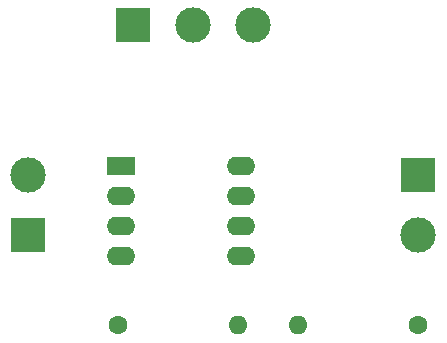
<source format=gbr>
G04 #@! TF.GenerationSoftware,KiCad,Pcbnew,(5.1.6)-1*
G04 #@! TF.CreationDate,2020-07-25T12:53:59+02:00*
G04 #@! TF.ProjectId,kiCad,6b694361-642e-46b6-9963-61645f706362,rev?*
G04 #@! TF.SameCoordinates,Original*
G04 #@! TF.FileFunction,Copper,L2,Bot*
G04 #@! TF.FilePolarity,Positive*
%FSLAX46Y46*%
G04 Gerber Fmt 4.6, Leading zero omitted, Abs format (unit mm)*
G04 Created by KiCad (PCBNEW (5.1.6)-1) date 2020-07-25 12:53:59*
%MOMM*%
%LPD*%
G01*
G04 APERTURE LIST*
G04 #@! TA.AperFunction,ComponentPad*
%ADD10R,3.000000X3.000000*%
G04 #@! TD*
G04 #@! TA.AperFunction,ComponentPad*
%ADD11C,3.000000*%
G04 #@! TD*
G04 #@! TA.AperFunction,ComponentPad*
%ADD12O,1.600000X1.600000*%
G04 #@! TD*
G04 #@! TA.AperFunction,ComponentPad*
%ADD13C,1.600000*%
G04 #@! TD*
G04 #@! TA.AperFunction,ComponentPad*
%ADD14R,2.400000X1.600000*%
G04 #@! TD*
G04 #@! TA.AperFunction,ComponentPad*
%ADD15O,2.400000X1.600000*%
G04 #@! TD*
G04 APERTURE END LIST*
D10*
X83820000Y-62230000D03*
D11*
X88900000Y-62230000D03*
X93980000Y-62230000D03*
X74930000Y-74930000D03*
D10*
X74930000Y-80010000D03*
X107950000Y-74930000D03*
D11*
X107950000Y-80010000D03*
D12*
X97790000Y-87630000D03*
D13*
X107950000Y-87630000D03*
X82550000Y-87630000D03*
D12*
X92710000Y-87630000D03*
D14*
X82805001Y-74125001D03*
D15*
X92965001Y-81745001D03*
X82805001Y-76665001D03*
X92965001Y-79205001D03*
X82805001Y-79205001D03*
X92965001Y-76665001D03*
X82805001Y-81745001D03*
X92965001Y-74125001D03*
M02*

</source>
